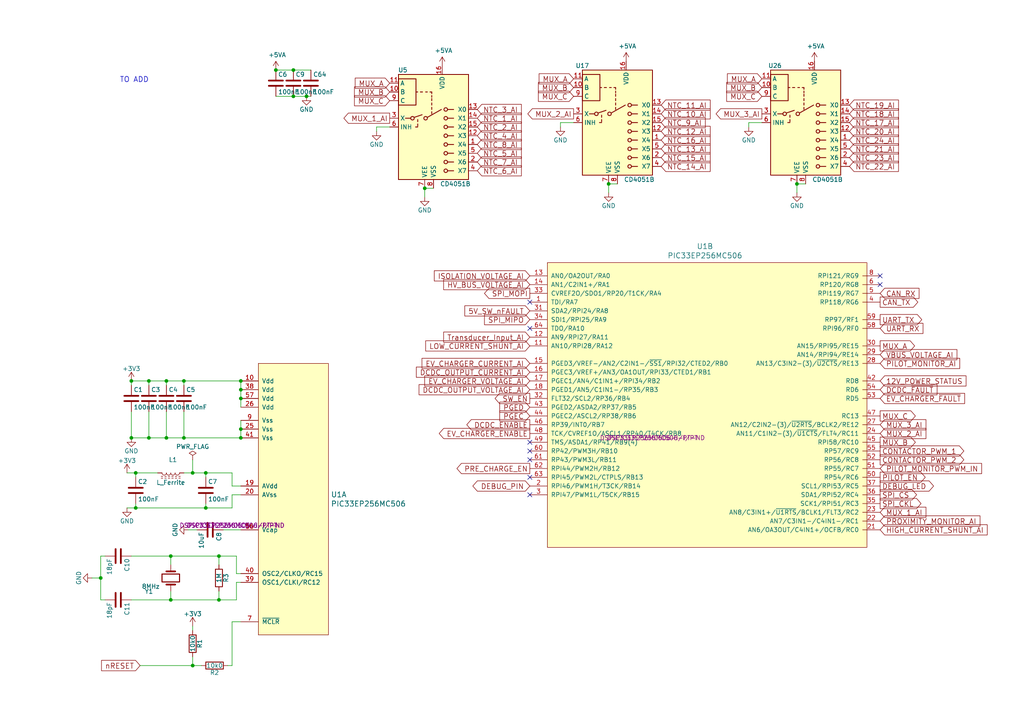
<source format=kicad_sch>
(kicad_sch (version 20250114) (generator "eeschema") (generator_version "9.0")
  (paper "A4")
  (lib_symbols
    (symbol "Analog_Switch:CD4051B"
      (property "Reference" "U" (at -10.16 16.51 0))
      (property "Value" "CD4051B" (at 3.81 16.51 0))
      (symbol "CD4051B_0_1"
        (rectangle (start -10.16 15.24) (end 10.16 -15.24) (stroke (width 0.254)) (fill (type background)))
        (rectangle (start -10.16 6.35) (end -5.08 13.97) (stroke (width 0.254)))
        (polyline (pts (xy -8.128 2.54) (xy -6.604 2.54)) (stroke (width 0.254)))
        (circle (center -6.096 2.54) (radius 0.508) (stroke (width 0.254)))
        (polyline (pts (xy -5.588 2.794) (xy -3.302 3.556)) (stroke (width 0.254)))
        (polyline (pts (xy -4.572 10.16) (xy -5.08 10.16)) (stroke (width 0.254)))
        (polyline (pts (xy -4.572 1.524) (xy -4.572 2.159)) (stroke (width 0.254)))
        (polyline (pts (xy -4.572 0.254) (xy -4.572 0.889)) (stroke (width 0.254)))
        (polyline (pts (xy -4.572 0) (xy -5.207 0)) (stroke (width 0.254)))
        (polyline (pts (xy -3.81 10.16) (xy -3.175 10.16)) (stroke (width 0.254)))
        (circle (center -2.286 2.54) (radius 0.508) (stroke (width 0.254)))
        (polyline (pts (xy -1.778 10.16) (xy -2.286 10.16)) (stroke (width 0.254)))
        (polyline (pts (xy -1.778 2.794) (xy 2.286 5.08)) (stroke (width 0.254)))
        (polyline (pts (xy -0.508 10.16) (xy -1.016 10.16)) (stroke (width 0.254)))
        (polyline (pts (xy -0.508 9.652) (xy -0.508 10.16)) (stroke (width 0.254)))
        (polyline (pts (xy -0.508 8.636) (xy -0.508 9.144)) (stroke (width 0.254)))
        (polyline (pts (xy -0.508 7.62) (xy -0.508 8.255)) (stroke (width 0.254)))
        (polyline (pts (xy -0.508 6.35) (xy -0.508 6.985)) (stroke (width 0.254)))
        (polyline (pts (xy -0.508 5.08) (xy -0.508 5.715)) (stroke (width 0.254)))
        (polyline (pts (xy -0.508 3.81) (xy -0.508 4.445)) (stroke (width 0.254)))
        (circle (center 3.556 5.08) (radius 0.508) (stroke (width 0.254)))
        (circle (center 3.556 2.54) (radius 0.508) (stroke (width 0.254)))
        (circle (center 3.556 0) (radius 0.508) (stroke (width 0.254)))
        (circle (center 3.556 -2.54) (radius 0.508) (stroke (width 0.254)))
        (circle (center 3.556 -5.08) (radius 0.508) (stroke (width 0.254)))
        (circle (center 3.556 -7.62) (radius 0.508) (stroke (width 0.254)))
        (circle (center 3.556 -10.16) (radius 0.508) (stroke (width 0.254)))
        (circle (center 3.556 -12.7) (radius 0.508) (stroke (width 0.254)))
        (polyline (pts (xy 4.064 5.08) (xy 5.842 5.08)) (stroke (width 0.254)))
        (polyline (pts (xy 4.064 2.54) (xy 5.842 2.54)) (stroke (width 0.254)))
        (polyline (pts (xy 4.064 0) (xy 5.842 0)) (stroke (width 0.254)))
        (polyline (pts (xy 4.064 -2.54) (xy 5.842 -2.54)) (stroke (width 0.254)))
        (polyline (pts (xy 4.064 -5.08) (xy 5.842 -5.08)) (stroke (width 0.254)))
        (polyline (pts (xy 4.064 -7.62) (xy 5.842 -7.62)) (stroke (width 0.254)))
        (polyline (pts (xy 4.064 -10.16) (xy 5.842 -10.16)) (stroke (width 0.254)))
        (polyline (pts (xy 4.064 -12.7) (xy 5.842 -12.7)) (stroke (width 0.254)))
      )
      (symbol "CD4051B_1_1"
        (pin input line (at -12.7 12.7 0) (length 2.54) (name "A") (number "11"))
        (pin input line (at -12.7 10.16 0) (length 2.54) (name "B") (number "10"))
        (pin input line (at -12.7 7.62 0) (length 2.54) (name "C") (number "9"))
        (pin bidirectional line (at -12.7 2.54 0) (length 2.54) (name "X") (number "3"))
        (pin input line (at -12.7 0 0) (length 2.54) (name "INH") (number "6"))
        (pin power_in line (at -2.54 -17.78 90) (length 2.54) (name "VEE") (number "7"))
        (pin power_in line (at 0 -17.78 90) (length 2.54) (name "VSS") (number "8"))
        (pin power_in line (at 2.54 17.78 270) (length 2.54) (name "VDD") (number "16"))
        (pin bidirectional line (at 12.7 5.08 180) (length 2.54) (name "X0") (number "13"))
        (pin bidirectional line (at 12.7 2.54 180) (length 2.54) (name "X1") (number "14"))
        (pin bidirectional line (at 12.7 0 180) (length 2.54) (name "X2") (number "15"))
        (pin bidirectional line (at 12.7 -2.54 180) (length 2.54) (name "X3") (number "12"))
        (pin bidirectional line (at 12.7 -5.08 180) (length 2.54) (name "X4") (number "1"))
        (pin bidirectional line (at 12.7 -7.62 180) (length 2.54) (name "X5") (number "5"))
        (pin bidirectional line (at 12.7 -10.16 180) (length 2.54) (name "X6") (number "2"))
        (pin bidirectional line (at 12.7 -12.7 180) (length 2.54) (name "X7") (number "4"))
      )
    )
    (symbol "Device:C" (pin_numbers (hide yes)) (pin_names (offset 0.254))
      (property "Reference" "C" (at 0.635 2.54 0))
      (property "Value" "C" (at 0.635 -2.54 0))
      (symbol "C_0_1"
        (polyline (pts (xy -2.032 0.762) (xy 2.032 0.762)) (stroke (width 0.508)))
        (polyline (pts (xy -2.032 -0.762) (xy 2.032 -0.762)) (stroke (width 0.508)))
      )
      (symbol "C_1_1"
        (pin passive line (at 0 3.81 270) (length 2.794) (name "~") (number "1"))
        (pin passive line (at 0 -3.81 90) (length 2.794) (name "~") (number "2"))
      )
    )
    (symbol "Device:Crystal" (pin_numbers (hide yes)) (pin_names (offset 1.016) (hide yes))
      (property "Reference" "Y" (at 0 3.81 0))
      (property "Value" "Crystal" (at 0 -3.81 0))
      (symbol "Crystal_0_1"
        (polyline (pts (xy -2.54 0) (xy -1.905 0)))
        (polyline (pts (xy -1.905 -1.27) (xy -1.905 1.27)) (stroke (width 0.508)))
        (rectangle (start -1.143 2.54) (end 1.143 -2.54) (stroke (width 0.3048)))
        (polyline (pts (xy 1.905 -1.27) (xy 1.905 1.27)) (stroke (width 0.508)))
        (polyline (pts (xy 2.54 0) (xy 1.905 0)))
      )
      (symbol "Crystal_1_1"
        (pin passive line (at -3.81 0 0) (length 1.27) (name "1") (number "1"))
        (pin passive line (at 3.81 0 180) (length 1.27) (name "2") (number "2"))
      )
    )
    (symbol "Device:L_Ferrite" (pin_numbers (hide yes)) (pin_names (offset 1.016) (hide yes))
      (property "Reference" "L" (at -1.27 0 90))
      (property "Value" "L_Ferrite" (at 2.794 0 90))
      (symbol "L_Ferrite_0_1"
        (arc (start 0 2.54) (mid 0.6323 1.905) (end 0 1.27))
        (arc (start 0 1.27) (mid 0.6323 0.635) (end 0 0))
        (arc (start 0 0) (mid 0.6323 -0.635) (end 0 -1.27))
        (arc (start 0 -1.27) (mid 0.6323 -1.905) (end 0 -2.54))
        (polyline (pts (xy 1.016 2.286) (xy 1.016 2.794)))
        (polyline (pts (xy 1.016 1.27) (xy 1.016 1.778)))
        (polyline (pts (xy 1.016 0.254) (xy 1.016 0.762)))
        (polyline (pts (xy 1.016 -0.762) (xy 1.016 -0.254)))
        (polyline (pts (xy 1.016 -1.778) (xy 1.016 -1.27)))
        (polyline (pts (xy 1.016 -2.794) (xy 1.016 -2.286)))
        (polyline (pts (xy 1.524 2.794) (xy 1.524 2.286)))
        (polyline (pts (xy 1.524 1.778) (xy 1.524 1.27)))
        (polyline (pts (xy 1.524 0.762) (xy 1.524 0.254)))
        (polyline (pts (xy 1.524 -0.254) (xy 1.524 -0.762)))
        (polyline (pts (xy 1.524 -1.27) (xy 1.524 -1.778)))
        (polyline (pts (xy 1.524 -2.286) (xy 1.524 -2.794)))
      )
      (symbol "L_Ferrite_1_1"
        (pin passive line (at 0 3.81 270) (length 1.27) (name "1") (number "1"))
        (pin passive line (at 0 -3.81 90) (length 1.27) (name "2") (number "2"))
      )
    )
    (symbol "Device:R" (pin_numbers (hide yes)) (pin_names (offset 0))
      (property "Reference" "R" (at 2.032 0 90))
      (property "Value" "R" (at 0 0 90))
      (symbol "R_0_1"
        (rectangle (start -1.016 -2.54) (end 1.016 2.54) (stroke (width 0.254)))
      )
      (symbol "R_1_1"
        (pin passive line (at 0 3.81 270) (length 1.27) (name "~") (number "1"))
        (pin passive line (at 0 -3.81 90) (length 1.27) (name "~") (number "2"))
      )
    )
    (symbol "micros:PIC33EP256MC506" (pin_names (offset 1.016))
      (property "Reference" "U" (at 33.02 -33.02 0))
      (property "Value" "PIC33EP256MC506" (at 17.78 -33.02 0))
      (symbol "PIC33EP256MC506_1_1"
        (rectangle (start 7.62 46.99) (end 27.94 -31.75) (fill (type background)))
        (pin power_in line (at 2.54 41.91 0) (length 5.08) (name "Vdd") (number "10"))
        (pin power_in line (at 2.54 39.37 0) (length 5.08) (name "Vdd") (number "38"))
        (pin power_in line (at 2.54 36.83 0) (length 5.08) (name "Vdd") (number "57"))
        (pin power_in line (at 2.54 34.29 0) (length 5.08) (name "Vdd") (number "26"))
        (pin power_in line (at 2.54 30.48 0) (length 5.08) (name "Vss") (number "9"))
        (pin power_in line (at 2.54 27.94 0) (length 5.08) (name "Vss") (number "25"))
        (pin power_in line (at 2.54 25.4 0) (length 5.08) (name "Vss") (number "41"))
        (pin power_in line (at 2.54 11.43 0) (length 5.08) (name "AVdd") (number "19"))
        (pin power_in line (at 2.54 8.89 0) (length 5.08) (name "AVss") (number "20"))
        (pin input line (at 2.54 -1.27 0) (length 5.08) (name "Vcap") (number "56"))
        (pin bidirectional line (at 2.54 -13.97 0) (length 5.08) (name "OSC2/CLKO/RC15") (number "40"))
        (pin bidirectional line (at 2.54 -16.51 0) (length 5.08) (name "OSC1/CLKI/RC12") (number "39"))
        (pin input line (at 2.54 -27.94 0) (length 5.08) (name "~{MCLR}") (number "7"))
      )
      (symbol "PIC33EP256MC506_2_1"
        (rectangle (start -30.48 50.8) (end 62.23 -31.75) (fill (type background)))
        (pin bidirectional line (at -35.56 46.99 0) (length 5.08) (name "AN0/OA2OUT/RA0") (number "13"))
        (pin bidirectional line (at -35.56 44.45 0) (length 5.08) (name "AN1/C2IN1+/RA1") (number "14"))
        (pin bidirectional line (at -35.56 41.91 0) (length 5.08) (name "CVREF2O/SDO1/RP20/T1CK/RA4") (number "33"))
        (pin bidirectional line (at -35.56 39.37 0) (length 5.08) (name "TDI/RA7") (number "1"))
        (pin bidirectional line (at -35.56 36.83 0) (length 5.08) (name "SDA2/RPI24/RA8") (number "31"))
        (pin bidirectional line (at -35.56 34.29 0) (length 5.08) (name "SDI1/RPI25/RA9") (number "34"))
        (pin bidirectional line (at -35.56 31.75 0) (length 5.08) (name "TDO/RA10") (number "64"))
        (pin bidirectional line (at -35.56 29.21 0) (length 5.08) (name "AN9/RPI27/RA11") (number "12"))
        (pin bidirectional line (at -35.56 26.67 0) (length 5.08) (name "AN10/RPI28/RA12") (number "11"))
        (pin bidirectional line (at -35.56 21.59 0) (length 5.08) (name "PGED3/VREF-/AN2/C2IN1-/~{SS1}/RPI32/CTED2/RB0") (number "15"))
        (pin bidirectional line (at -35.56 19.05 0) (length 5.08) (name "PGEC3/VREF+/AN3/OA1OUT/RPI33/CTED1/RB1") (number "16"))
        (pin bidirectional line (at -35.56 16.51 0) (length 5.08) (name "PGEC1/AN4/C1IN1+/RPI34/RB2") (number "17"))
        (pin bidirectional line (at -35.56 13.97 0) (length 5.08) (name "PGED1/AN5/C1IN1-/RP35/RB3") (number "18"))
        (pin bidirectional line (at -35.56 11.43 0) (length 5.08) (name "FLT32/SCL2/RP36/RB4") (number "32"))
        (pin bidirectional line (at -35.56 8.89 0) (length 5.08) (name "PGED2/ASDA2/RP37/RB5") (number "43"))
        (pin bidirectional line (at -35.56 6.35 0) (length 5.08) (name "PGEC2/ASCL2/RP38/RB6") (number "44"))
        (pin bidirectional line (at -35.56 3.81 0) (length 5.08) (name "RP39/INT0/RB7") (number "46"))
        (pin bidirectional line (at -35.56 1.27 0) (length 5.08) (name "TCK/CVREF1O/ASCL1/RP40/T4CK/RB8") (number "48"))
        (pin bidirectional line (at -35.56 -1.27 0) (length 5.08) (name "TMS/ASDA1/RP41/RB9(4)") (number "49"))
        (pin bidirectional line (at -35.56 -3.81 0) (length 5.08) (name "RP42/PWM3H/RB10") (number "60"))
        (pin bidirectional line (at -35.56 -6.35 0) (length 5.08) (name "RP43/PWM3L/RB11") (number "61"))
        (pin bidirectional line (at -35.56 -8.89 0) (length 5.08) (name "RPI44/PWM2H/RB12") (number "62"))
        (pin bidirectional line (at -35.56 -11.43 0) (length 5.08) (name "RPI45/PWM2L/CTPLS/RB13") (number "63"))
        (pin bidirectional line (at -35.56 -13.97 0) (length 5.08) (name "RPI46/PWM1H/T3CK/RB14") (number "2"))
        (pin bidirectional line (at -35.56 -16.51 0) (length 5.08) (name "RPI47/PWM1L/T5CK/RB15") (number "3"))
        (pin bidirectional line (at 66.04 46.99 180) (length 5.08) (name "RPI121/RG9") (number "8"))
        (pin bidirectional line (at 66.04 44.45 180) (length 5.08) (name "RP120/RG8") (number "6"))
        (pin bidirectional line (at 66.04 41.91 180) (length 5.08) (name "RPI119/RG7") (number "5"))
        (pin bidirectional line (at 66.04 39.37 180) (length 5.08) (name "RP118/RG6") (number "4"))
        (pin bidirectional line (at 66.04 34.29 180) (length 5.08) (name "RP97/RF1") (number "59"))
        (pin bidirectional line (at 66.04 31.75 180) (length 5.08) (name "RPI96/RF0") (number "58"))
        (pin bidirectional line (at 66.04 26.67 180) (length 5.08) (name "AN15/RPI95/RE15") (number "30"))
        (pin bidirectional line (at 66.04 24.13 180) (length 5.08) (name "AN14/RPI94/RE14") (number "29"))
        (pin bidirectional line (at 66.04 21.59 180) (length 5.08) (name "AN13/C3IN2-(3)/~{U2CTS}/RE13") (number "28"))
        (pin bidirectional line (at 66.04 16.51 180) (length 5.08) (name "RD8") (number "42"))
        (pin bidirectional line (at 66.04 13.97 180) (length 5.08) (name "RD6") (number "54"))
        (pin bidirectional line (at 66.04 11.43 180) (length 5.08) (name "RD5") (number "53"))
        (pin bidirectional line (at 66.04 6.35 180) (length 5.08) (name "RC13") (number "47"))
        (pin bidirectional line (at 66.04 3.81 180) (length 5.08) (name "AN12/C2IN2-(3)/~{U2RTS}/BCLK2/RE12") (number "27"))
        (pin bidirectional line (at 66.04 1.27 180) (length 5.08) (name "AN11/C1IN2-(3)/~{U1CTS}/FLT4/RC11") (number "24"))
        (pin bidirectional line (at 66.04 -1.27 180) (length 5.08) (name "RPI58/RC10") (number "45"))
        (pin bidirectional line (at 66.04 -3.81 180) (length 5.08) (name "RP57/RC9") (number "55"))
        (pin bidirectional line (at 66.04 -6.35 180) (length 5.08) (name "RP56/RC8") (number "52"))
        (pin bidirectional line (at 66.04 -8.89 180) (length 5.08) (name "RP55/RC7") (number "51"))
        (pin bidirectional line (at 66.04 -11.43 180) (length 5.08) (name "RP54/RC6") (number "50"))
        (pin bidirectional line (at 66.04 -13.97 180) (length 5.08) (name "SCL1/RPI53/RC5") (number "37"))
        (pin bidirectional line (at 66.04 -16.51 180) (length 5.08) (name "SDA1/RPI52/RC4") (number "36"))
        (pin bidirectional line (at 66.04 -19.05 180) (length 5.08) (name "SCK1/RPI51/RC3") (number "35"))
        (pin bidirectional line (at 66.04 -21.59 180) (length 5.08) (name "AN8/C3IN1+/~{U1RTS}/BCLK1/FLT3/RC2") (number "23"))
        (pin bidirectional line (at 66.04 -24.13 180) (length 5.08) (name "AN7/C3IN1-/C4IN1-/RC1") (number "22"))
        (pin bidirectional line (at 66.04 -26.67 180) (length 5.08) (name "AN6/OA3OUT/C4IN1+/OCFB/RC0") (number "21"))
      )
    )
    (symbol "power:+3V3" (power) (pin_names (offset 0))
      (property "Value" "+3V3" (at 0 3.556 0))
      (symbol "+3V3_0_1"
        (polyline (pts (xy -0.762 1.27) (xy 0 2.54)))
        (polyline (pts (xy 0 2.54) (xy 0.762 1.27)))
        (polyline (pts (xy 0 0) (xy 0 2.54)))
      )
      (symbol "+3V3_1_1"
        (pin power_in line (at 0 0 90) (length 0) (hide yes) (name "+3V3") (number "1"))
      )
    )
    (symbol "power:+5VA" (power) (pin_names (offset 0))
      (property "Value" "+5VA" (at 0 3.556 0))
      (symbol "+5VA_0_1"
        (polyline (pts (xy -0.762 1.27) (xy 0 2.54)))
        (polyline (pts (xy 0 2.54) (xy 0.762 1.27)))
        (polyline (pts (xy 0 0) (xy 0 2.54)))
      )
      (symbol "+5VA_1_1"
        (pin power_in line (at 0 0 90) (length 0) (hide yes) (name "+5VA") (number "1"))
      )
    )
    (symbol "power:GND" (power) (pin_names (offset 0))
      (property "Value" "GND" (at 0 -3.81 0))
      (symbol "GND_0_1"
        (polyline (pts (xy 0 0) (xy 0 -1.27) (xy 1.27 -1.27) (xy 0 -2.54) (xy -1.27 -1.27) (xy 0 -1.27)))
      )
      (symbol "GND_1_1"
        (pin power_in line (at 0 0 270) (length 0) (hide yes) (name "GND") (number "1"))
      )
    )
    (symbol "power:PWR_FLAG" (power) (pin_numbers (hide yes)) (pin_names (offset 0) (hide yes))
      (property "Value" "PWR_FLAG" (at 0 3.81 0))
      (symbol "PWR_FLAG_0_0"
        (pin power_out line (at 0 0 90) (length 0) (name "pwr") (number "1"))
      )
      (symbol "PWR_FLAG_0_1"
        (polyline (pts (xy 0 0) (xy 0 1.27) (xy -1.016 1.905) (xy 0 2.54) (xy 1.016 1.905) (xy 0 1.27)))
      )
    )
  )
  (text "TO ADD" (at 43.18 24.13 0) (effects (font (size 1.524 1.524)) (justify right bottom)))
  (junction (at 88.9 27.94))
  (junction (at 85.09 20.32))
  (junction (at 39.37 147.32))
  (junction (at 48.26 127))
  (junction (at 39.37 137.16))
  (junction (at 63.5 161.29))
  (junction (at 49.53 161.29))
  (junction (at 38.1 127))
  (junction (at 69.85 124.46))
  (junction (at 53.34 110.49))
  (junction (at 29.21 167.64))
  (junction (at 49.53 173.99))
  (junction (at 176.53 53.34))
  (junction (at 85.09 27.94))
  (junction (at 38.1 110.49))
  (junction (at 43.18 127))
  (junction (at 59.69 147.32))
  (junction (at 69.85 113.03))
  (junction (at 55.88 137.16))
  (junction (at 231.14 53.34))
  (junction (at 48.26 110.49))
  (junction (at 69.85 127))
  (junction (at 69.85 115.57))
  (junction (at 63.5 173.99))
  (junction (at 43.18 110.49))
  (junction (at 123.19 54.61))
  (junction (at 59.69 137.16))
  (junction (at 80.01 20.32))
  (junction (at 53.34 127))
  (junction (at 55.88 193.04))
  (junction (at 69.85 110.49))
  (no_connect (at 153.67 128.27))
  (no_connect (at 153.67 138.43))
  (no_connect (at 153.67 87.63))
  (no_connect (at 255.27 82.55))
  (no_connect (at 153.67 130.81))
  (no_connect (at 153.67 95.25))
  (no_connect (at 255.27 80.01))
  (no_connect (at 153.67 133.35))
  (no_connect (at 153.67 143.51))
  (wire (pts (xy 231.14 53.34) (xy 231.14 55.88)))
  (wire (pts (xy 48.26 110.49) (xy 53.34 110.49)))
  (wire (pts (xy 69.85 115.57) (xy 69.85 118.11)))
  (wire (pts (xy 67.31 143.51) (xy 69.85 143.51)))
  (wire (pts (xy 63.5 173.99) (xy 49.53 173.99)))
  (wire (pts (xy 36.83 147.32) (xy 39.37 147.32)))
  (wire (pts (xy 68.58 173.99) (xy 68.58 168.91)))
  (wire (pts (xy 69.85 127) (xy 69.85 124.46)))
  (wire (pts (xy 59.69 146.05) (xy 59.69 147.32)))
  (wire (pts (xy 40.64 193.04) (xy 55.88 193.04)))
  (wire (pts (xy 38.1 127) (xy 43.18 127)))
  (wire (pts (xy 67.31 140.97) (xy 69.85 140.97)))
  (wire (pts (xy 49.53 171.45) (xy 49.53 173.99)))
  (wire (pts (xy 68.58 168.91) (xy 69.85 168.91)))
  (wire (pts (xy 80.01 27.94) (xy 85.09 27.94)))
  (wire (pts (xy 233.68 53.34) (xy 231.14 53.34)))
  (wire (pts (xy 53.34 110.49) (xy 69.85 110.49)))
  (wire (pts (xy 43.18 127) (xy 48.26 127)))
  (wire (pts (xy 29.21 167.64) (xy 29.21 173.99)))
  (wire (pts (xy 63.5 163.83) (xy 63.5 161.29)))
  (wire (pts (xy 38.1 119.38) (xy 38.1 127)))
  (wire (pts (xy 176.53 53.34) (xy 176.53 55.88)))
  (wire (pts (xy 53.34 127) (xy 69.85 127)))
  (wire (pts (xy 166.37 35.56) (xy 162.56 35.56)))
  (wire (pts (xy 90.17 20.32) (xy 85.09 20.32)))
  (wire (pts (xy 38.1 110.49) (xy 43.18 110.49)))
  (wire (pts (xy 88.9 27.94) (xy 90.17 27.94)))
  (wire (pts (xy 68.58 173.99) (xy 63.5 173.99)))
  (wire (pts (xy 68.58 166.37) (xy 69.85 166.37)))
  (wire (pts (xy 67.31 193.04) (xy 66.04 193.04)))
  (wire (pts (xy 29.21 161.29) (xy 30.48 161.29)))
  (wire (pts (xy 109.22 36.83) (xy 109.22 38.1)))
  (wire (pts (xy 67.31 180.34) (xy 67.31 193.04)))
  (wire (pts (xy 43.18 110.49) (xy 48.26 110.49)))
  (wire (pts (xy 69.85 110.49) (xy 69.85 113.03)))
  (wire (pts (xy 48.26 127) (xy 53.34 127)))
  (wire (pts (xy 68.58 161.29) (xy 63.5 161.29)))
  (wire (pts (xy 26.67 167.64) (xy 29.21 167.64)))
  (wire (pts (xy 48.26 119.38) (xy 48.26 127)))
  (wire (pts (xy 68.58 161.29) (xy 68.58 166.37)))
  (wire (pts (xy 179.07 53.34) (xy 176.53 53.34)))
  (wire (pts (xy 63.5 171.45) (xy 63.5 173.99)))
  (wire (pts (xy 123.19 54.61) (xy 123.19 57.15)))
  (wire (pts (xy 36.83 137.16) (xy 39.37 137.16)))
  (wire (pts (xy 85.09 27.94) (xy 88.9 27.94)))
  (wire (pts (xy 85.09 20.32) (xy 80.01 20.32)))
  (wire (pts (xy 55.88 133.35) (xy 55.88 137.16)))
  (wire (pts (xy 53.34 119.38) (xy 53.34 127)))
  (wire (pts (xy 69.85 180.34) (xy 67.31 180.34)))
  (wire (pts (xy 59.69 147.32) (xy 67.31 147.32)))
  (wire (pts (xy 113.03 36.83) (xy 109.22 36.83)))
  (wire (pts (xy 64.77 153.67) (xy 69.85 153.67)))
  (wire (pts (xy 69.85 113.03) (xy 69.85 115.57)))
  (wire (pts (xy 63.5 161.29) (xy 49.53 161.29)))
  (wire (pts (xy 59.69 137.16) (xy 67.31 137.16)))
  (wire (pts (xy 67.31 147.32) (xy 67.31 143.51)))
  (wire (pts (xy 55.88 193.04) (xy 58.42 193.04)))
  (wire (pts (xy 39.37 147.32) (xy 59.69 147.32)))
  (wire (pts (xy 49.53 161.29) (xy 38.1 161.29)))
  (wire (pts (xy 29.21 161.29) (xy 29.21 167.64)))
  (wire (pts (xy 57.15 153.67) (xy 54.61 153.67)))
  (wire (pts (xy 59.69 138.43) (xy 59.69 137.16)))
  (wire (pts (xy 217.17 35.56) (xy 217.17 36.83)))
  (wire (pts (xy 55.88 181.61) (xy 55.88 182.88)))
  (wire (pts (xy 55.88 193.04) (xy 55.88 190.5)))
  (wire (pts (xy 39.37 137.16) (xy 45.72 137.16)))
  (wire (pts (xy 49.53 163.83) (xy 49.53 161.29)))
  (wire (pts (xy 162.56 35.56) (xy 162.56 36.83)))
  (wire (pts (xy 69.85 124.46) (xy 69.85 121.92)))
  (wire (pts (xy 38.1 110.49) (xy 38.1 111.76)))
  (wire (pts (xy 217.17 35.56) (xy 220.98 35.56)))
  (wire (pts (xy 39.37 147.32) (xy 39.37 146.05)))
  (wire (pts (xy 67.31 137.16) (xy 67.31 140.97)))
  (wire (pts (xy 49.53 173.99) (xy 38.1 173.99)))
  (wire (pts (xy 48.26 111.76) (xy 48.26 110.49)))
  (wire (pts (xy 53.34 111.76) (xy 53.34 110.49)))
  (wire (pts (xy 125.73 54.61) (xy 123.19 54.61)))
  (wire (pts (xy 55.88 137.16) (xy 59.69 137.16)))
  (wire (pts (xy 43.18 111.76) (xy 43.18 110.49)))
  (wire (pts (xy 29.21 173.99) (xy 30.48 173.99)))
  (wire (pts (xy 43.18 119.38) (xy 43.18 127)))
  (wire (pts (xy 39.37 138.43) (xy 39.37 137.16)))
  (wire (pts (xy 53.34 137.16) (xy 55.88 137.16)))
  (global_label "NTC_11_AI" (shape input) (at 191.77 30.48 0) (effects (font (size 1.4986 1.4986))) (property "Intersheetrefs" "${INTERSHEET_REFS}" (effects (hide yes))))
  (global_label "PRE_CHARGE_EN" (shape output) (at 153.67 135.89 180) (effects (font (size 1.4986 1.4986))) (property "Intersheetrefs" "${INTERSHEET_REFS}" (effects (hide yes))))
  (global_label "NTC_8_AI" (shape input) (at 138.43 41.91 0) (effects (font (size 1.4986 1.4986))) (property "Intersheetrefs" "${INTERSHEET_REFS}" (effects (hide yes))))
  (global_label "DCDC_OUTPUT_VOLTAGE_AI" (shape input) (at 153.67 113.03 180) (effects (font (size 1.4986 1.4986))) (property "Intersheetrefs" "${INTERSHEET_REFS}" (effects (hide yes))))
  (global_label "NTC_24_AI" (shape input) (at 246.38 40.64 0) (effects (font (size 1.4986 1.4986))) (property "Intersheetrefs" "${INTERSHEET_REFS}" (effects (hide yes))))
  (global_label "CAN_RX" (shape input) (at 255.27 85.09 0) (effects (font (size 1.4986 1.4986))) (property "Intersheetrefs" "${INTERSHEET_REFS}" (effects (hide yes))))
  (global_label "HV_BUS_VOLTAGE_AI" (shape input) (at 153.67 82.55 180) (effects (font (size 1.4986 1.4986))) (property "Intersheetrefs" "${INTERSHEET_REFS}" (effects (hide yes))))
  (global_label "MUX_B" (shape input) (at 166.37 25.4 180) (effects (font (size 1.4986 1.4986))) (property "Intersheetrefs" "${INTERSHEET_REFS}" (effects (hide yes))))
  (global_label "NTC_23_AI" (shape input) (at 246.38 45.72 0) (effects (font (size 1.4986 1.4986))) (property "Intersheetrefs" "${INTERSHEET_REFS}" (effects (hide yes))))
  (global_label "NTC_20_AI" (shape input) (at 246.38 38.1 0) (effects (font (size 1.4986 1.4986))) (property "Intersheetrefs" "${INTERSHEET_REFS}" (effects (hide yes))))
  (global_label "nRESET" (shape input) (at 40.64 193.04 180) (effects (font (size 1.524 1.524))) (property "Intersheetrefs" "${INTERSHEET_REFS}" (effects (hide yes))))
  (global_label "NTC_16_AI" (shape input) (at 191.77 40.64 0) (effects (font (size 1.4986 1.4986))) (property "Intersheetrefs" "${INTERSHEET_REFS}" (effects (hide yes))))
  (global_label "MUX_A" (shape input) (at 113.03 24.13 180) (effects (font (size 1.4986 1.4986))) (property "Intersheetrefs" "${INTERSHEET_REFS}" (effects (hide yes))))
  (global_label "DEBUG_PIN" (shape bidirectional) (at 153.67 140.97 180) (effects (font (size 1.4986 1.4986))) (property "Intersheetrefs" "${INTERSHEET_REFS}" (effects (hide yes))))
  (global_label "MUX_C" (shape output) (at 255.27 120.65 0) (effects (font (size 1.4986 1.4986))) (property "Intersheetrefs" "${INTERSHEET_REFS}" (effects (hide yes))))
  (global_label "12V_POWER_STATUS" (shape input) (at 255.27 110.49 0) (effects (font (size 1.4986 1.4986))) (property "Intersheetrefs" "${INTERSHEET_REFS}" (effects (hide yes))))
  (global_label "MUX_C" (shape input) (at 113.03 29.21 180) (effects (font (size 1.4986 1.4986))) (property "Intersheetrefs" "${INTERSHEET_REFS}" (effects (hide yes))))
  (global_label "MUX_3_AI" (shape input) (at 255.27 123.19 0) (effects (font (size 1.4986 1.4986))) (property "Intersheetrefs" "${INTERSHEET_REFS}" (effects (hide yes))))
  (global_label "PGED" (shape input) (at 153.67 118.11 180) (effects (font (size 1.4986 1.4986))) (property "Intersheetrefs" "${INTERSHEET_REFS}" (effects (hide yes))))
  (global_label "5V_SW_nFAULT" (shape input) (at 153.67 90.17 180) (effects (font (size 1.4986 1.4986))) (property "Intersheetrefs" "${INTERSHEET_REFS}" (effects (hide yes))))
  (global_label "MUX_1_AI" (shape input) (at 255.27 148.59 0) (effects (font (size 1.4986 1.4986))) (property "Intersheetrefs" "${INTERSHEET_REFS}" (effects (hide yes))))
  (global_label "NTC_19_AI" (shape input) (at 246.38 30.48 0) (effects (font (size 1.4986 1.4986))) (property "Intersheetrefs" "${INTERSHEET_REFS}" (effects (hide yes))))
  (global_label "NTC_18_AI" (shape input) (at 246.38 33.02 0) (effects (font (size 1.4986 1.4986))) (property "Intersheetrefs" "${INTERSHEET_REFS}" (effects (hide yes))))
  (global_label "NTC_9_AI" (shape input) (at 191.77 35.56 0) (effects (font (size 1.4986 1.4986))) (property "Intersheetrefs" "${INTERSHEET_REFS}" (effects (hide yes))))
  (global_label "PROXIMITY_MONITOR_AI" (shape input) (at 255.27 151.13 0) (effects (font (size 1.524 1.524))) (property "Intersheetrefs" "${INTERSHEET_REFS}" (effects (hide yes))))
  (global_label "MUX_3_AI" (shape output) (at 220.98 33.02 180) (effects (font (size 1.4986 1.4986))) (property "Intersheetrefs" "${INTERSHEET_REFS}" (effects (hide yes))))
  (global_label "NTC_5_AI" (shape input) (at 138.43 44.45 0) (effects (font (size 1.4986 1.4986))) (property "Intersheetrefs" "${INTERSHEET_REFS}" (effects (hide yes))))
  (global_label "NTC_4_AI" (shape input) (at 138.43 39.37 0) (effects (font (size 1.4986 1.4986))) (property "Intersheetrefs" "${INTERSHEET_REFS}" (effects (hide yes))))
  (global_label "PILOT_EN" (shape output) (at 255.27 138.43 0) (effects (font (size 1.5 1.5))) (property "Intersheetrefs" "${INTERSHEET_REFS}" (effects (hide yes))))
  (global_label "DCDC_OUTPUT_CURRENT_AI" (shape input) (at 153.67 107.95 180) (effects (font (size 1.4986 1.4986))) (property "Intersheetrefs" "${INTERSHEET_REFS}" (effects (hide yes))))
  (global_label "NTC_21_AI" (shape input) (at 246.38 43.18 0) (effects (font (size 1.4986 1.4986))) (property "Intersheetrefs" "${INTERSHEET_REFS}" (effects (hide yes))))
  (global_label "NTC_12_AI" (shape input) (at 191.77 38.1 0) (effects (font (size 1.4986 1.4986))) (property "Intersheetrefs" "${INTERSHEET_REFS}" (effects (hide yes))))
  (global_label "SPI_CS" (shape output) (at 255.27 143.51 0) (effects (font (size 1.4986 1.4986))) (property "Intersheetrefs" "${INTERSHEET_REFS}" (effects (hide yes))))
  (global_label "PGEC" (shape input) (at 153.67 120.65 180) (effects (font (size 1.4986 1.4986))) (property "Intersheetrefs" "${INTERSHEET_REFS}" (effects (hide yes))))
  (global_label "EV_CHARGER_~{FAULT}" (shape input) (at 255.27 115.57 0) (effects (font (size 1.5 1.5))) (property "Intersheetrefs" "${INTERSHEET_REFS}" (effects (hide yes))))
  (global_label "NTC_1_AI" (shape input) (at 138.43 34.29 0) (effects (font (size 1.4986 1.4986))) (property "Intersheetrefs" "${INTERSHEET_REFS}" (effects (hide yes))))
  (global_label "DCDC_ENABLE" (shape output) (at 153.67 123.19 180) (effects (font (size 1.4986 1.4986))) (property "Intersheetrefs" "${INTERSHEET_REFS}" (effects (hide yes))))
  (global_label "VBUS_VOLTAGE_AI" (shape input) (at 255.27 102.87 0) (effects (font (size 1.4986 1.4986))) (property "Intersheetrefs" "${INTERSHEET_REFS}" (effects (hide yes))))
  (global_label "SPI_MOPI" (shape output) (at 153.67 85.09 180) (effects (font (size 1.4986 1.4986))) (property "Intersheetrefs" "${INTERSHEET_REFS}" (effects (hide yes))))
  (global_label "MUX_A" (shape input) (at 220.98 22.86 180) (effects (font (size 1.4986 1.4986))) (property "Intersheetrefs" "${INTERSHEET_REFS}" (effects (hide yes))))
  (global_label "HIGH_CURRENT_SHUNT_AI" (shape input) (at 255.27 153.67 0) (effects (font (size 1.4986 1.4986))) (property "Intersheetrefs" "${INTERSHEET_REFS}" (effects (hide yes))))
  (global_label "SPI_CKL" (shape output) (at 255.27 146.05 0) (effects (font (size 1.4986 1.4986))) (property "Intersheetrefs" "${INTERSHEET_REFS}" (effects (hide yes))))
  (global_label "MUX_2_AI" (shape input) (at 255.27 125.73 0) (effects (font (size 1.4986 1.4986))) (property "Intersheetrefs" "${INTERSHEET_REFS}" (effects (hide yes))))
  (global_label "EV_CHARGER_VOLTAGE_AI" (shape input) (at 153.67 110.49 180) (effects (font (size 1.4986 1.4986))) (property "Intersheetrefs" "${INTERSHEET_REFS}" (effects (hide yes))))
  (global_label "CONTACTOR_PWM_2" (shape output) (at 255.27 133.35 0) (effects (font (size 1.4986 1.4986))) (property "Intersheetrefs" "${INTERSHEET_REFS}" (effects (hide yes))))
  (global_label "MUX_C" (shape input) (at 220.98 27.94 180) (effects (font (size 1.4986 1.4986))) (property "Intersheetrefs" "${INTERSHEET_REFS}" (effects (hide yes))))
  (global_label "PILOT_MONITOR_AI" (shape input) (at 255.27 105.41 0) (effects (font (size 1.5 1.5))) (property "Intersheetrefs" "${INTERSHEET_REFS}" (effects (hide yes))))
  (global_label "MUX_C" (shape input) (at 166.37 27.94 180) (effects (font (size 1.4986 1.4986))) (property "Intersheetrefs" "${INTERSHEET_REFS}" (effects (hide yes))))
  (global_label "MUX_1_AI" (shape output) (at 113.03 34.29 180) (effects (font (size 1.4986 1.4986))) (property "Intersheetrefs" "${INTERSHEET_REFS}" (effects (hide yes))))
  (global_label "LOW_CURRENT_SHUNT_AI" (shape input) (at 153.67 100.33 180) (effects (font (size 1.4986 1.4986))) (property "Intersheetrefs" "${INTERSHEET_REFS}" (effects (hide yes))))
  (global_label "MUX_2_AI" (shape output) (at 166.37 33.02 180) (effects (font (size 1.4986 1.4986))) (property "Intersheetrefs" "${INTERSHEET_REFS}" (effects (hide yes))))
  (global_label "SPI_MIPO" (shape input) (at 153.67 92.71 180) (effects (font (size 1.4986 1.4986))) (property "Intersheetrefs" "${INTERSHEET_REFS}" (effects (hide yes))))
  (global_label "MUX_B" (shape input) (at 220.98 25.4 180) (effects (font (size 1.4986 1.4986))) (property "Intersheetrefs" "${INTERSHEET_REFS}" (effects (hide yes))))
  (global_label "NTC_7_AI" (shape input) (at 138.43 46.99 0) (effects (font (size 1.4986 1.4986))) (property "Intersheetrefs" "${INTERSHEET_REFS}" (effects (hide yes))))
  (global_label "MUX_B" (shape input) (at 113.03 26.67 180) (effects (font (size 1.4986 1.4986))) (property "Intersheetrefs" "${INTERSHEET_REFS}" (effects (hide yes))))
  (global_label "NTC_13_AI" (shape input) (at 191.77 43.18 0) (effects (font (size 1.4986 1.4986))) (property "Intersheetrefs" "${INTERSHEET_REFS}" (effects (hide yes))))
  (global_label "SW_EN" (shape output) (at 153.67 115.57 180) (effects (font (size 1.4986 1.4986))) (property "Intersheetrefs" "${INTERSHEET_REFS}" (effects (hide yes))))
  (global_label "Transducer_Input_AI" (shape input) (at 153.67 97.79 180) (effects (font (size 1.4986 1.4986))) (property "Intersheetrefs" "${INTERSHEET_REFS}" (effects (hide yes))))
  (global_label "NTC_6_AI" (shape input) (at 138.43 49.53 0) (effects (font (size 1.4986 1.4986))) (property "Intersheetrefs" "${INTERSHEET_REFS}" (effects (hide yes))))
  (global_label "PILOT_MONITOR_PWM_IN" (shape input) (at 255.27 135.89 0) (effects (font (size 1.5 1.5))) (property "Intersheetrefs" "${INTERSHEET_REFS}" (effects (hide yes))))
  (global_label "DEBUG_LED" (shape output) (at 255.27 140.97 0) (effects (font (size 1.4986 1.4986))) (property "Intersheetrefs" "${INTERSHEET_REFS}" (effects (hide yes))))
  (global_label "NTC_2_AI" (shape input) (at 138.43 36.83 0) (effects (font (size 1.4986 1.4986))) (property "Intersheetrefs" "${INTERSHEET_REFS}" (effects (hide yes))))
  (global_label "MUX_A" (shape input) (at 166.37 22.86 180) (effects (font (size 1.4986 1.4986))) (property "Intersheetrefs" "${INTERSHEET_REFS}" (effects (hide yes))))
  (global_label "UART_RX" (shape input) (at 255.27 95.25 0) (effects (font (size 1.4986 1.4986))) (property "Intersheetrefs" "${INTERSHEET_REFS}" (effects (hide yes))))
  (global_label "NTC_10_AI" (shape input) (at 191.77 33.02 0) (effects (font (size 1.4986 1.4986))) (property "Intersheetrefs" "${INTERSHEET_REFS}" (effects (hide yes))))
  (global_label "NTC_15_AI" (shape input) (at 191.77 45.72 0) (effects (font (size 1.4986 1.4986))) (property "Intersheetrefs" "${INTERSHEET_REFS}" (effects (hide yes))))
  (global_label "NTC_14_AI" (shape input) (at 191.77 48.26 0) (effects (font (size 1.4986 1.4986))) (property "Intersheetrefs" "${INTERSHEET_REFS}" (effects (hide yes))))
  (global_label "ISOLATION_VOLTAGE_AI" (shape input) (at 153.67 80.01 180) (effects (font (size 1.4986 1.4986))) (property "Intersheetrefs" "${INTERSHEET_REFS}" (effects (hide yes))))
  (global_label "UART_TX" (shape output) (at 255.27 92.71 0) (effects (font (size 1.4986 1.4986))) (property "Intersheetrefs" "${INTERSHEET_REFS}" (effects (hide yes))))
  (global_label "EV_CHARGER_CURRENT_AI" (shape input) (at 153.67 105.41 180) (effects (font (size 1.4986 1.4986))) (property "Intersheetrefs" "${INTERSHEET_REFS}" (effects (hide yes))))
  (global_label "MUX_B" (shape output) (at 255.27 128.27 0) (effects (font (size 1.4986 1.4986))) (property "Intersheetrefs" "${INTERSHEET_REFS}" (effects (hide yes))))
  (global_label "CAN_TX" (shape output) (at 255.27 87.63 0) (effects (font (size 1.4986 1.4986))) (property "Intersheetrefs" "${INTERSHEET_REFS}" (effects (hide yes))))
  (global_label "EV_CHARGER_ENABLE" (shape output) (at 153.67 125.73 180) (effects (font (size 1.4986 1.4986))) (property "Intersheetrefs" "${INTERSHEET_REFS}" (effects (hide yes))))
  (global_label "NTC_3_AI" (shape input) (at 138.43 31.75 0) (effects (font (size 1.4986 1.4986))) (property "Intersheetrefs" "${INTERSHEET_REFS}" (effects (hide yes))))
  (global_label "NTC_17_AI" (shape input) (at 246.38 35.56 0) (effects (font (size 1.4986 1.4986))) (property "Intersheetrefs" "${INTERSHEET_REFS}" (effects (hide yes))))
  (global_label "NTC_22_AI" (shape input) (at 246.38 48.26 0) (effects (font (size 1.4986 1.4986))) (property "Intersheetrefs" "${INTERSHEET_REFS}" (effects (hide yes))))
  (global_label "DCDC_~{FAULT}" (shape input) (at 255.27 113.03 0) (effects (font (size 1.5 1.5))) (property "Intersheetrefs" "${INTERSHEET_REFS}" (effects (hide yes))))
  (global_label "CONTACTOR_PWM_1" (shape output) (at 255.27 130.81 0) (effects (font (size 1.4986 1.4986))) (property "Intersheetrefs" "${INTERSHEET_REFS}" (effects (hide yes))))
  (global_label "MUX_A" (shape output) (at 255.27 100.33 0) (effects (font (size 1.4986 1.4986))) (property "Intersheetrefs" "${INTERSHEET_REFS}" (effects (hide yes))))
  (symbol (lib_id "Device:C") (at 60.96 153.67 270) (unit 1)
    (property "Reference" "C8" (at 63.5 154.305 0) (effects (justify left)))
    (property "Value" "10uF" (at 58.42 154.305 0) (effects (justify left)))
    (property "Footprint" "Capacitor_SMD:C_1206_3216Metric" (effects (hide yes)))
    (property "MPN" "CL31B106KOHVPNE" (effects (hide yes)))
    (property "Voltage" "50V" (effects (hide yes)))
    (property "Part Number" "CL31B106KOHVPNE" (effects (hide yes)))
    (property "Digikey_PN" "1276-6797-1-ND" (effects (hide yes)))
  )
  (symbol (lib_id "Device:L_Ferrite") (at 49.53 137.16 270) (unit 1)
    (property "Reference" "L1" (at 50.165 133.35 90))
    (property "Value" "L_Ferrite" (at 49.53 139.954 90))
    (property "Footprint" "Inductor_SMD:L_0603_1608Metric" (effects (hide yes)))
    (property "Datasheet" "https://www.we-online.com/katalog/datasheet/742792609.pdf" (effects (hide yes)))
    (property "MPN" "742792609" (effects (hide yes)))
    (property "Part Number" "742792609" (effects (hide yes)))
    (property "Digikey_PN" "732-1591-1-ND" (effects (hide yes)))
  )
  (symbol (lib_id "power:GND") (at 36.83 147.32 0) (unit 1)
    (property "Reference" "#PWR07" (effects (hide yes)))
    (property "Value" "GND" (at 36.83 151.13 0))
  )
  (symbol (lib_id "Device:C") (at 34.29 161.29 270) (unit 1)
    (property "Reference" "C10" (at 36.83 161.925 0) (effects (justify left)))
    (property "Value" "18pF" (at 31.75 161.925 0) (effects (justify left)))
    (property "Footprint" "Capacitor_SMD:C_0603_1608Metric" (effects (hide yes)))
    (property "Datasheet" "https://product.tdk.com/info/en/documents/chara_sheet/CGA3E2C0G1H180J080AA.pdf" (effects (hide yes)))
    (property "MPN" "CGA3E2C0G1H180J080AA" (effects (hide yes)))
    (property "Voltage" "50V" (effects (hide yes)))
    (property "Part Number" "CGA3E2C0G1H180J080AA" (effects (hide yes)))
    (property "Digikey_PN" "445-5631-1-ND" (effects (hide yes)))
  )
  (symbol (lib_id "Device:C") (at 34.29 173.99 270) (unit 1)
    (property "Reference" "C11" (at 36.83 174.625 0) (effects (justify left)))
    (property "Value" "18pF" (at 31.75 174.625 0) (effects (justify left)))
    (property "Footprint" "Capacitor_SMD:C_0603_1608Metric" (effects (hide yes)))
    (property "Datasheet" "https://product.tdk.com/info/en/documents/chara_sheet/CGA3E2C0G1H180J080AA.pdf" (effects (hide yes)))
    (property "MPN" "CGA3E2C0G1H180J080AA" (effects (hide yes)))
    (property "Voltage" "50V" (effects (hide yes)))
    (property "Part Number" "CGA3E2C0G1H180J080AA" (effects (hide yes)))
    (property "Digikey_PN" "445-5631-1-ND" (effects (hide yes)))
  )
  (symbol (lib_id "Device:R") (at 63.5 167.64 0) (unit 1)
    (property "Reference" "R3" (at 65.532 167.64 90))
    (property "Value" "1M" (at 63.5 167.64 90))
    (property "Footprint" "Resistor_SMD:R_0603_1608Metric" (effects (hide yes)))
    (property "Datasheet" "http://www.yageo.com/NewPortal/yageodocoutput?fileName=/pdf/R-Chip/PYu-AC_51_RoHS_L_6.pdf" (effects (hide yes)))
    (property "MPN" "AC0603FR-071ML" (effects (hide yes)))
    (property "Part Number" "AC0603FR-071ML" (effects (hide yes)))
    (property "Digikey_PN" "311-1MLDCT-ND" (effects (hide yes)))
  )
  (symbol (lib_id "Device:R") (at 55.88 186.69 0) (unit 1)
    (property "Reference" "R1" (at 57.912 186.69 90))
    (property "Value" "10k0" (at 55.88 186.69 90))
    (property "Footprint" "Resistor_SMD:R_0603_1608Metric" (effects (hide yes)))
    (property "Datasheet" "http://www.yageo.com/NewPortal/yageodocoutput?fileName=/pdf/R-Chip/PYu-AC_51_RoHS_L_6.pdf" (effects (hide yes)))
    (property "MPN" "AC0603FR-0710KL" (effects (hide yes)))
    (property "Part Number" "AC0603FR-0710KL" (effects (hide yes)))
    (property "Digikey_PN" "311-10KLDCT-ND" (effects (hide yes)))
  )
  (symbol (lib_id "power:PWR_FLAG") (at 55.88 133.35 0) (unit 1)
    (property "Reference" "#FLG01" (effects (hide yes)))
    (property "Value" "PWR_FLAG" (at 55.88 129.54 0))
  )
  (symbol (lib_id "Device:Crystal") (at 49.53 167.64 90) (mirror x) (unit 1)
    (property "Reference" "Y1" (at 44.45 170.815 90) (effects (justify left top)))
    (property "Value" "8MHz" (at 46.355 170.815 90) (effects (justify left bottom)))
    (property "Footprint" "Crystal:Crystal_SMD_5032-2Pin_5.0x3.2mm" (effects (hide yes)))
    (property "Datasheet" "https://media.digikey.com/pdf/Data%20Sheets/NDK%20PDFs/NX5032GA_STD-CSU-1,-2.pdf" (effects (hide yes)))
    (property "DNP" " " (effects (hide yes)))
    (property "MPN" "NX5032GA-8.000M-STD-CSU-1" (effects (hide yes)))
    (property "Part Number" "NX5032GA-8.000M-STD-CSU-1" (effects (hide yes)))
    (property "Digikey_PN" "XC3144CT-ND" (effects (hide yes)))
  )
  (symbol (lib_id "Device:R") (at 62.23 193.04 270) (unit 1)
    (property "Reference" "R2" (at 62.23 195.072 90))
    (property "Value" "10k0" (at 62.23 193.04 90))
    (property "Footprint" "Resistor_SMD:R_0603_1608Metric" (effects (hide yes)))
    (property "Datasheet" "http://www.yageo.com/NewPortal/yageodocoutput?fileName=/pdf/R-Chip/PYu-AC_51_RoHS_L_6.pdf" (effects (hide yes)))
    (property "MPN" "AC0603FR-0710KL" (effects (hide yes)))
    (property "Part Number" "AC0603FR-0710KL" (effects (hide yes)))
    (property "Digikey_PN" "311-10KLDCT-ND" (effects (hide yes)))
  )
  (symbol (lib_id "Device:C") (at 53.34 115.57 0) (unit 1)
    (property "Reference" "C5" (at 53.975 113.03 0) (effects (justify left)))
    (property "Value" "100nF" (at 53.975 118.11 0) (effects (justify left)))
    (property "Footprint" "Capacitor_SMD:C_0603_1608Metric" (effects (hide yes)))
    (property "Datasheet" "http://psearch.en.murata.com/capacitor/product/GCM188R71H104KA57%23.pdf" (effects (hide yes)))
    (property "MPN" "GCM188R71H104KA57D" (effects (hide yes)))
    (property "Voltage" "50V" (effects (hide yes)))
    (property "Part Number" "GCM188R71H104KA57D" (effects (hide yes)))
    (property "Digikey_PN" "490-4779-1-ND" (effects (hide yes)))
  )
  (symbol (lib_id "Device:C") (at 48.26 115.57 0) (unit 1)
    (property "Reference" "C4" (at 48.895 113.03 0) (effects (justify left)))
    (property "Value" "100nF" (at 48.895 118.11 0) (effects (justify left)))
    (property "Footprint" "Capacitor_SMD:C_0603_1608Metric" (effects (hide yes)))
    (property "Datasheet" "http://psearch.en.murata.com/capacitor/product/GCM188R71H104KA57%23.pdf" (effects (hide yes)))
    (property "MPN" "GCM188R71H104KA57D" (effects (hide yes)))
    (property "Voltage" "50V" (effects (hide yes)))
    (property "Part Number" "GCM188R71H104KA57D" (effects (hide yes)))
    (property "Digikey_PN" "490-4779-1-ND" (effects (hide yes)))
  )
  (symbol (lib_id "Device:C") (at 43.18 115.57 0) (unit 1)
    (property "Reference" "C3" (at 43.815 113.03 0) (effects (justify left)))
    (property "Value" "100nF" (at 43.815 118.11 0) (effects (justify left)))
    (property "Footprint" "Capacitor_SMD:C_0603_1608Metric" (effects (hide yes)))
    (property "Datasheet" "http://psearch.en.murata.com/capacitor/product/GCM188R71H104KA57%23.pdf" (effects (hide yes)))
    (property "MPN" "GCM188R71H104KA57D" (effects (hide yes)))
    (property "Voltage" "50V" (effects (hide yes)))
    (property "Part Number" "GCM188R71H104KA57D" (effects (hide yes)))
    (property "Digikey_PN" "490-4779-1-ND" (effects (hide yes)))
  )
  (symbol (lib_id "Device:C") (at 38.1 115.57 0) (unit 1)
    (property "Reference" "C1" (at 38.735 113.03 0) (effects (justify left)))
    (property "Value" "100nF" (at 38.735 118.11 0) (effects (justify left)))
    (property "Footprint" "Capacitor_SMD:C_0603_1608Metric" (effects (hide yes)))
    (property "Datasheet" "http://psearch.en.murata.com/capacitor/product/GCM188R71H104KA57%23.pdf" (effects (hide yes)))
    (property "MPN" "GCM188R71H104KA57D" (effects (hide yes)))
    (property "Voltage" "50V" (effects (hide yes)))
    (property "Part Number" "GCM188R71H104KA57D" (effects (hide yes)))
    (property "Digikey_PN" "490-4779-1-ND" (effects (hide yes)))
  )
  (symbol (lib_id "Device:C") (at 39.37 142.24 0) (unit 1)
    (property "Reference" "C2" (at 40.005 139.7 0) (effects (justify left)))
    (property "Value" "100nF" (at 40.005 144.78 0) (effects (justify left)))
    (property "Footprint" "Capacitor_SMD:C_0603_1608Metric" (effects (hide yes)))
    (property "Datasheet" "http://psearch.en.murata.com/capacitor/product/GCM188R71H104KA57%23.pdf" (effects (hide yes)))
    (property "MPN" "GCM188R71H104KA57D" (effects (hide yes)))
    (property "Voltage" "50V" (effects (hide yes)))
    (property "Part Number" "GCM188R71H104KA57D" (effects (hide yes)))
    (property "Digikey_PN" "490-4779-1-ND" (effects (hide yes)))
  )
  (symbol (lib_id "Device:C") (at 59.69 142.24 0) (unit 1)
    (property "Reference" "C7" (at 60.325 139.7 0) (effects (justify left)))
    (property "Value" "100nF" (at 60.325 144.78 0) (effects (justify left)))
    (property "Footprint" "Capacitor_SMD:C_0603_1608Metric" (effects (hide yes)))
    (property "Datasheet" "http://psearch.en.murata.com/capacitor/product/GCM188R71H104KA57%23.pdf" (effects (hide yes)))
    (property "MPN" "GCM188R71H104KA57D" (effects (hide yes)))
    (property "Voltage" "50V" (effects (hide yes)))
    (property "Part Number" "GCM188R71H104KA57D" (effects (hide yes)))
    (property "Digikey_PN" "490-4779-1-ND" (effects (hide yes)))
  )
  (symbol (lib_id "power:GND") (at 38.1 127 0) (unit 1)
    (property "Reference" "#PWR05" (effects (hide yes)))
    (property "Value" "GND" (at 38.1 130.81 0))
  )
  (symbol (lib_id "power:GND") (at 54.61 153.67 270) (unit 1)
    (property "Reference" "#PWR08" (effects (hide yes)))
    (property "Value" "GND" (at 50.8 153.67 0))
  )
  (symbol (lib_id "power:GND") (at 26.67 167.64 270) (mirror x) (unit 1)
    (property "Reference" "#PWR014" (effects (hide yes)))
    (property "Value" "GND" (at 22.86 167.64 0))
  )
  (symbol (lib_id "power:+3V3") (at 38.1 110.49 0) (unit 1)
    (property "Reference" "#PWR04" (effects (hide yes)))
    (property "Value" "+3V3" (at 38.1 106.934 0))
  )
  (symbol (lib_id "power:+3V3") (at 36.83 137.16 0) (unit 1)
    (property "Reference" "#PWR06" (effects (hide yes)))
    (property "Value" "+3V3" (at 36.83 133.604 0))
  )
  (symbol (lib_id "power:+3V3") (at 55.88 181.61 0) (unit 1)
    (property "Reference" "#PWR09" (effects (hide yes)))
    (property "Value" "+3V3" (at 55.88 178.054 0))
  )
  (symbol (lib_id "micros:PIC33EP256MC506") (at 67.31 152.4 0) (unit 1)
    (property "Reference" "U1" (at 95.9612 143.4338 0) (effects (font (size 1.524 1.524)) (justify left)))
    (property "Value" "PIC33EP256MC506" (at 95.9612 146.1262 0) (effects (font (size 1.524 1.524)) (justify left)))
    (property "Footprint" "Package_QFP:TQFP-64_10x10mm_P0.5mm" (effects (hide yes)))
    (property "Datasheet" "https://www.mouser.com/datasheet/2/268/70000657H-277982.pdf" (effects (hide yes)))
    (property "Mouser_PN" "579-33EP64GP506IPT" (effects (hide yes)))
    (property "Part Number" "DSPIC33EP64GP506-I/PT" (effects (hide yes)))
    (property "Digikey_PN" "DSPIC33EP256MC506-I/PT-ND" (at 67.31 152.4 0))
    (property "MPN" "DSPIC33EP256MC506-I/PT" (at 67.31 152.4 0))
  )
  (symbol (lib_id "micros:PIC33EP256MC506") (at 189.23 127 0) (unit 2)
    (property "Reference" "U1" (at 204.47 71.4502 0) (effects (font (size 1.524 1.524))))
    (property "Value" "PIC33EP256MC506" (at 204.47 74.1426 0) (effects (font (size 1.524 1.524))))
    (property "Footprint" "Package_QFP:TQFP-64_10x10mm_P0.5mm" (effects (hide yes)))
    (property "Datasheet" "https://www.mouser.com/datasheet/2/268/70000657H-277982.pdf" (effects (hide yes)))
    (property "Mouser_PN" "579-33EP64GP506IPT" (effects (hide yes)))
    (property "Part Number" "DSPIC33EP64GP506-I/PT" (effects (hide yes)))
    (property "Digikey_PN" "DSPIC33EP256MC506-I/PT-ND" (at 189.23 127 0))
    (property "MPN" "DSPIC33EP256MC506-I/PT" (at 189.23 127 0))
  )
  (symbol (lib_id "Analog_Switch:CD4051B") (at 125.73 36.83 0) (unit 1)
    (property "Reference" "U5" (at 116.84 20.32 0))
    (property "Value" "CD4051B" (at 132.08 53.34 0))
    (property "Footprint" "Package_SO:TSSOP-16_4.4x5mm_P0.65mm" (effects (hide yes)))
    (property "Datasheet" "http://www.ti.com/lit/ds/symlink/cd4052b.pdf" (effects (hide yes)))
    (property "Digikey_PN" "296-49580-1-ND" (effects (hide yes)))
    (property "MPN" "CD4051BQPWRG4Q1" (effects (hide yes)))
    (property "Part Number" "CD4051BQPWRG4Q1" (effects (hide yes)))
  )
  (symbol (lib_id "Analog_Switch:CD4051B") (at 179.07 35.56 0) (unit 1)
    (property "Reference" "U17" (at 168.91 19.05 0))
    (property "Value" "CD4051B" (at 185.42 52.07 0))
    (property "Footprint" "Package_SO:TSSOP-16_4.4x5mm_P0.65mm" (effects (hide yes)))
    (property "Datasheet" "http://www.ti.com/lit/ds/symlink/cd4052b.pdf" (effects (hide yes)))
    (property "Digikey_PN" "296-49580-1-ND" (effects (hide yes)))
    (property "MPN" "CD4051BQPWRG4Q1" (effects (hide yes)))
    (property "Part Number" "CD4051BQPWRG4Q1" (effects (hide yes)))
  )
  (symbol (lib_id "Analog_Switch:CD4051B") (at 233.68 35.56 0) (unit 1)
    (property "Reference" "U26" (at 224.79 19.05 0))
    (property "Value" "CD4051B" (at 240.03 52.07 0))
    (property "Footprint" "Package_SO:TSSOP-16_4.4x5mm_P0.65mm" (effects (hide yes)))
    (property "Datasheet" "http://www.ti.com/lit/ds/symlink/cd4052b.pdf" (effects (hide yes)))
    (property "Digikey_PN" "296-49580-1-ND" (effects (hide yes)))
    (property "MPN" "CD4051BQPWRG4Q1" (effects (hide yes)))
    (property "Part Number" "CD4051BQPWRG4Q1" (effects (hide yes)))
  )
  (symbol (lib_id "power:GND") (at 123.19 57.15 0) (mirror y) (unit 1)
    (property "Reference" "#PWR0166" (effects (hide yes)))
    (property "Value" "GND" (at 123.19 60.96 0))
  )
  (symbol (lib_id "power:GND") (at 176.53 55.88 0) (mirror y) (unit 1)
    (property "Reference" "#PWR0202" (effects (hide yes)))
    (property "Value" "GND" (at 176.53 59.69 0))
  )
  (symbol (lib_id "power:GND") (at 231.14 55.88 0) (mirror y) (unit 1)
    (property "Reference" "#PWR0276" (effects (hide yes)))
    (property "Value" "GND" (at 231.14 59.69 0))
  )
  (symbol (lib_id "Device:C") (at 90.17 24.13 0) (unit 1)
    (property "Reference" "C64" (at 90.805 21.59 0) (effects (justify left)))
    (property "Value" "100nF" (at 90.805 26.67 0) (effects (justify left)))
    (property "Footprint" "Capacitor_SMD:C_0603_1608Metric" (effects (hide yes)))
    (property "Datasheet" "http://psearch.en.murata.com/capacitor/product/GCM188R71H104KA57%23.pdf" (effects (hide yes)))
    (property "MPN" "GCM188R71H104KA57D" (effects (hide yes)))
    (property "Voltage" "50V" (effects (hide yes)))
    (property "Part Number" "GCM188R71H104KA57D" (effects (hide yes)))
    (property "Digikey_PN" "490-4779-1-ND" (effects (hide yes)))
  )
  (symbol (lib_id "Device:C") (at 85.09 24.13 0) (unit 1)
    (property "Reference" "C9" (at 85.725 21.59 0) (effects (justify left)))
    (property "Value" "100nF" (at 85.725 26.67 0) (effects (justify left)))
    (property "Footprint" "Capacitor_SMD:C_0603_1608Metric" (effects (hide yes)))
    (property "Datasheet" "http://psearch.en.murata.com/capacitor/product/GCM188R71H104KA57%23.pdf" (effects (hide yes)))
    (property "MPN" "GCM188R71H104KA57D" (effects (hide yes)))
    (property "Voltage" "50V" (effects (hide yes)))
    (property "Part Number" "GCM188R71H104KA57D" (effects (hide yes)))
    (property "Digikey_PN" "490-4779-1-ND" (effects (hide yes)))
  )
  (symbol (lib_id "Device:C") (at 80.01 24.13 0) (unit 1)
    (property "Reference" "C6" (at 80.645 21.59 0) (effects (justify left)))
    (property "Value" "100nF" (at 80.645 26.67 0) (effects (justify left)))
    (property "Footprint" "Capacitor_SMD:C_0603_1608Metric" (effects (hide yes)))
    (property "Datasheet" "http://psearch.en.murata.com/capacitor/product/GCM188R71H104KA57%23.pdf" (effects (hide yes)))
    (property "MPN" "GCM188R71H104KA57D" (effects (hide yes)))
    (property "Voltage" "50V" (effects (hide yes)))
    (property "Part Number" "GCM188R71H104KA57D" (effects (hide yes)))
    (property "Digikey_PN" "490-4779-1-ND" (effects (hide yes)))
  )
  (symbol (lib_id "power:GND") (at 88.9 27.94 0) (mirror y) (unit 1)
    (property "Reference" "#PWR011" (effects (hide yes)))
    (property "Value" "GND" (at 88.9 31.75 0))
  )
  (symbol (lib_id "power:GND") (at 109.22 38.1 0) (mirror y) (unit 1)
    (property "Reference" "#PWR0193" (effects (hide yes)))
    (property "Value" "GND" (at 109.22 41.91 0))
  )
  (symbol (lib_id "power:GND") (at 162.56 36.83 0) (mirror y) (unit 1)
    (property "Reference" "#PWR0253" (effects (hide yes)))
    (property "Value" "GND" (at 162.56 40.64 0))
  )
  (symbol (lib_id "power:GND") (at 217.17 36.83 0) (mirror y) (unit 1)
    (property "Reference" "#PWR0277" (effects (hide yes)))
    (property "Value" "GND" (at 217.17 40.64 0))
  )
  (symbol (lib_id "power:+5VA") (at 80.01 20.32 0) (unit 1)
    (property "Reference" "#PWR0279" (effects (hide yes)))
    (property "Value" "+5VA" (at 80.391 15.9258 0))
  )
  (symbol (lib_id "power:+5VA") (at 128.27 19.05 0) (unit 1)
    (property "Reference" "#PWR0280" (effects (hide yes)))
    (property "Value" "+5VA" (at 128.651 14.6558 0))
  )
  (symbol (lib_id "power:+5VA") (at 181.61 17.78 0) (unit 1)
    (property "Reference" "#PWR0281" (effects (hide yes)))
    (property "Value" "+5VA" (at 181.991 13.3858 0))
  )
  (symbol (lib_id "power:+5VA") (at 236.22 17.78 0) (unit 1)
    (property "Reference" "#PWR0282" (effects (hide yes)))
    (property "Value" "+5VA" (at 236.601 13.3858 0))
  )
)
</source>
